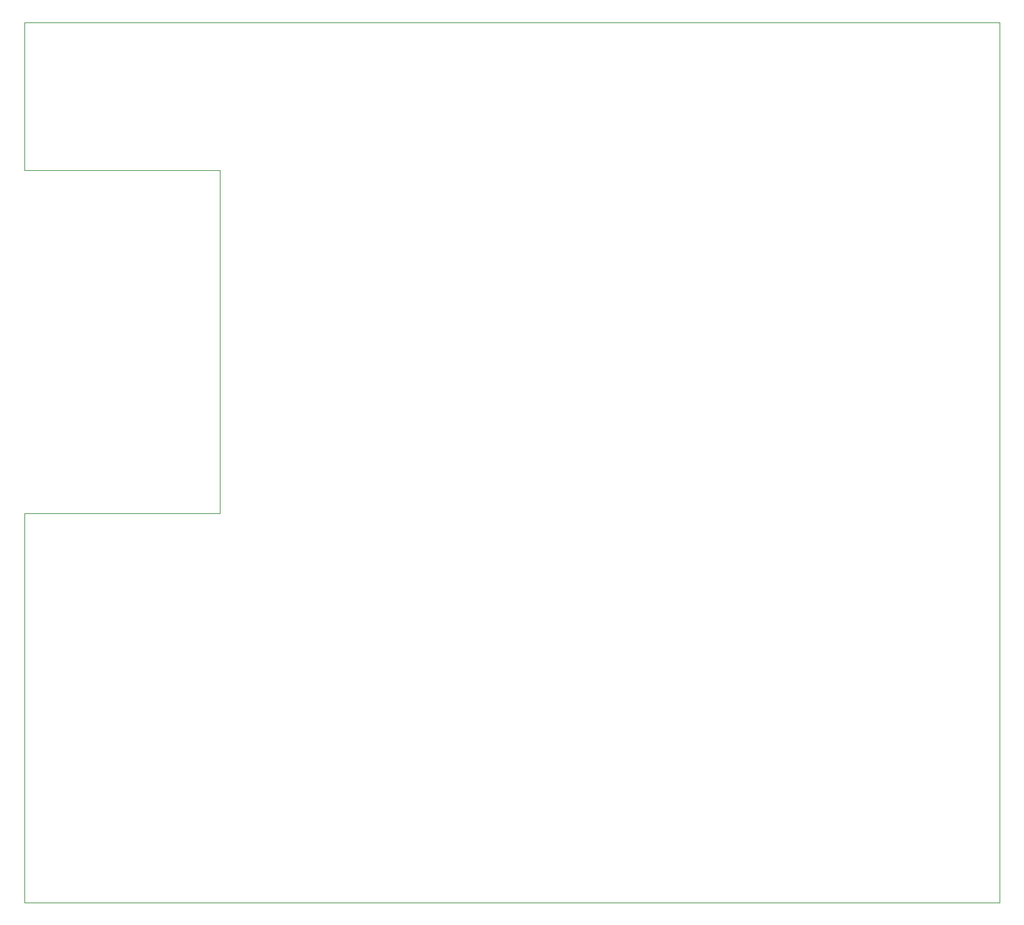
<source format=gbr>
%TF.GenerationSoftware,KiCad,Pcbnew,(5.1.10-1-10_14)*%
%TF.CreationDate,2022-02-21T18:02:18+11:00*%
%TF.ProjectId,Video terminal ,56696465-6f20-4746-9572-6d696e616c20,rev?*%
%TF.SameCoordinates,Original*%
%TF.FileFunction,Profile,NP*%
%FSLAX46Y46*%
G04 Gerber Fmt 4.6, Leading zero omitted, Abs format (unit mm)*
G04 Created by KiCad (PCBNEW (5.1.10-1-10_14)) date 2022-02-21 18:02:18*
%MOMM*%
%LPD*%
G01*
G04 APERTURE LIST*
%TA.AperFunction,Profile*%
%ADD10C,0.050000*%
%TD*%
G04 APERTURE END LIST*
D10*
X55000000Y-39000000D02*
X55000000Y-83000000D01*
X30000000Y-39000000D02*
X55000000Y-39000000D01*
X30000000Y-33000000D02*
X30000000Y-39000000D01*
X30000000Y-33000000D02*
X30000000Y-20000000D01*
X30000000Y-83000000D02*
X55000000Y-83000000D01*
X30000000Y-133000000D02*
X30000000Y-83000000D01*
X155000000Y-133000000D02*
X30000000Y-133000000D01*
X155000000Y-20000000D02*
X155000000Y-133000000D01*
X30000000Y-20000000D02*
X155000000Y-20000000D01*
M02*

</source>
